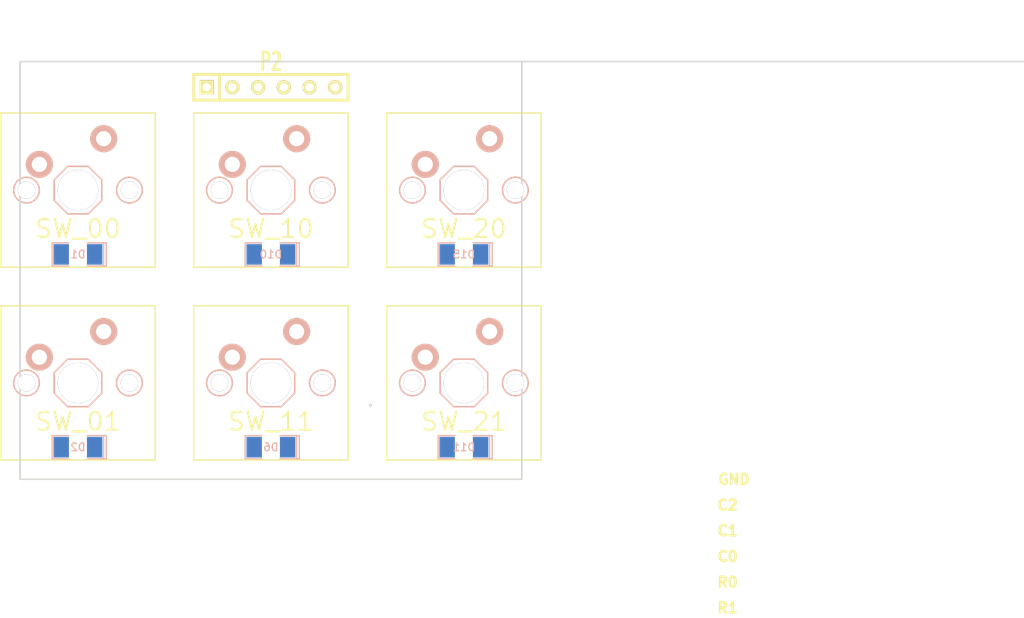
<source format=kicad_pcb>
(kicad_pcb (version 3) (host pcbnew "(2013-jul-07)-stable")

  (general
    (links 18)
    (no_connects 18)
    (area 24.993599 18.880001 134.355476 124.968)
    (thickness 1.6)
    (drawings 14)
    (tracks 0)
    (zones 0)
    (modules 13)
    (nets 13)
  )

  (page A3)
  (layers
    (15 F.Cu signal)
    (0 B.Cu signal)
    (16 B.Adhes user)
    (17 F.Adhes user)
    (18 B.Paste user)
    (19 F.Paste user)
    (20 B.SilkS user)
    (21 F.SilkS user)
    (22 B.Mask user)
    (23 F.Mask user)
    (24 Dwgs.User user)
    (25 Cmts.User user)
    (26 Eco1.User user)
    (27 Eco2.User user)
    (28 Edge.Cuts user)
  )

  (setup
    (last_trace_width 0.254)
    (trace_clearance 0.254)
    (zone_clearance 0.508)
    (zone_45_only no)
    (trace_min 0.1524)
    (segment_width 0.2)
    (edge_width 0.15)
    (via_size 0.889)
    (via_drill 0.635)
    (via_min_size 0.7493)
    (via_min_drill 0.50038)
    (uvia_size 0.508)
    (uvia_drill 0.127)
    (uvias_allowed no)
    (uvia_min_size 0.508)
    (uvia_min_drill 0.127)
    (pcb_text_width 0.3)
    (pcb_text_size 1 1)
    (mod_edge_width 0.15)
    (mod_text_size 1 1)
    (mod_text_width 0.15)
    (pad_size 4.064 4.064)
    (pad_drill 4.064)
    (pad_to_mask_clearance 0)
    (aux_axis_origin 25.4 25.4)
    (visible_elements FFFFFFBF)
    (pcbplotparams
      (layerselection 3178497)
      (usegerberextensions true)
      (excludeedgelayer true)
      (linewidth 0.150000)
      (plotframeref false)
      (viasonmask false)
      (mode 1)
      (useauxorigin false)
      (hpglpennumber 1)
      (hpglpenspeed 20)
      (hpglpendiameter 15)
      (hpglpenoverlay 2)
      (psnegative false)
      (psa4output false)
      (plotreference true)
      (plotvalue true)
      (plotothertext true)
      (plotinvisibletext false)
      (padsonsilk false)
      (subtractmaskfromsilk false)
      (outputformat 1)
      (mirror false)
      (drillshape 0)
      (scaleselection 1)
      (outputdirectory export/))
  )

  (net 0 "")
  (net 1 C0)
  (net 2 C1)
  (net 3 C2)
  (net 4 GND)
  (net 5 N-0000010)
  (net 6 N-000005)
  (net 7 N-000006)
  (net 8 N-000007)
  (net 9 N-000008)
  (net 10 N-000009)
  (net 11 R0)
  (net 12 R1)

  (net_class Default "This is the default net class."
    (clearance 0.254)
    (trace_width 0.254)
    (via_dia 0.889)
    (via_drill 0.635)
    (uvia_dia 0.508)
    (uvia_drill 0.127)
    (add_net "")
    (add_net C0)
    (add_net C1)
    (add_net C2)
    (add_net GND)
    (add_net N-0000010)
    (add_net N-000005)
    (add_net N-000006)
    (add_net N-000007)
    (add_net N-000008)
    (add_net N-000009)
    (add_net R0)
    (add_net R1)
  )

  (module SW_PCB_2PIN (layer F.Cu) (tedit 4D9CA4E3) (tstamp 52E893FC)
    (at 69.215 57.15)
    (path /52E85699)
    (fp_text reference SW11 (at -4.445 -5.715) (layer F.SilkS) hide
      (effects (font (size 1.778 1.778) (thickness 0.2032)))
    )
    (fp_text value SW_21 (at 0 3.81) (layer F.SilkS)
      (effects (font (size 1.778 1.778) (thickness 0.2032)))
    )
    (fp_line (start -7.62 -7.62) (end 7.62 -7.62) (layer F.SilkS) (width 0.1524))
    (fp_line (start 7.62 -7.62) (end 7.62 7.62) (layer F.SilkS) (width 0.1524))
    (fp_line (start 7.62 7.62) (end -7.62 7.62) (layer F.SilkS) (width 0.1524))
    (fp_line (start -7.62 7.62) (end -7.62 -7.62) (layer F.SilkS) (width 0.1524))
    (fp_circle (center 5.08 0) (end 6.35 0) (layer B.SilkS) (width 0.1524))
    (fp_circle (center -5.08 0) (end -3.81 0) (layer B.SilkS) (width 0.1524))
    (fp_line (start -2.3495 -1.016) (end -1.016 -2.3495) (layer B.SilkS) (width 0.1524))
    (fp_line (start -1.016 -2.3495) (end 1.016 -2.3495) (layer B.SilkS) (width 0.1524))
    (fp_line (start 1.016 -2.3495) (end 2.3495 -1.016) (layer B.SilkS) (width 0.1524))
    (fp_line (start 2.3495 -1.016) (end 2.3495 1.016) (layer B.SilkS) (width 0.1524))
    (fp_line (start 2.3495 1.016) (end 1.016 2.3495) (layer B.SilkS) (width 0.1524))
    (fp_line (start 1.016 2.3495) (end -1.016 2.3495) (layer B.SilkS) (width 0.1524))
    (fp_line (start -1.016 2.3495) (end -2.3495 1.016) (layer B.SilkS) (width 0.1524))
    (fp_line (start -2.3495 1.016) (end -2.3495 -1.016) (layer B.SilkS) (width 0.1524))
    (pad 1 thru_hole circle (at 2.54 -5.08) (size 2.667 2.667) (drill 1.4986)
      (layers *.Cu *.SilkS *.Mask)
      (net 6 N-000005)
    )
    (pad 2 thru_hole circle (at -3.81 -2.54) (size 2.667 2.667) (drill 1.4986)
      (layers *.Cu *.SilkS *.Mask)
      (net 3 C2)
    )
    (pad HOLE thru_hole circle (at 5.08 0) (size 1.7018 1.7018) (drill 1.7018)
      (layers *.Cu)
    )
    (pad HOLE thru_hole circle (at -5.08 0) (size 1.7018 1.7018) (drill 1.7018)
      (layers *.Cu)
    )
    (pad HOLE thru_hole circle (at 0 0) (size 3.9878 3.9878) (drill 3.9878)
      (layers *.Cu)
    )
  )

  (module SW_PCB_2PIN (layer F.Cu) (tedit 4D9CA4E3) (tstamp 52E89413)
    (at 50.165 57.15)
    (path /52E8568D)
    (fp_text reference SW6 (at -4.445 -5.715) (layer F.SilkS) hide
      (effects (font (size 1.778 1.778) (thickness 0.2032)))
    )
    (fp_text value SW_11 (at 0 3.81) (layer F.SilkS)
      (effects (font (size 1.778 1.778) (thickness 0.2032)))
    )
    (fp_line (start -7.62 -7.62) (end 7.62 -7.62) (layer F.SilkS) (width 0.1524))
    (fp_line (start 7.62 -7.62) (end 7.62 7.62) (layer F.SilkS) (width 0.1524))
    (fp_line (start 7.62 7.62) (end -7.62 7.62) (layer F.SilkS) (width 0.1524))
    (fp_line (start -7.62 7.62) (end -7.62 -7.62) (layer F.SilkS) (width 0.1524))
    (fp_circle (center 5.08 0) (end 6.35 0) (layer B.SilkS) (width 0.1524))
    (fp_circle (center -5.08 0) (end -3.81 0) (layer B.SilkS) (width 0.1524))
    (fp_line (start -2.3495 -1.016) (end -1.016 -2.3495) (layer B.SilkS) (width 0.1524))
    (fp_line (start -1.016 -2.3495) (end 1.016 -2.3495) (layer B.SilkS) (width 0.1524))
    (fp_line (start 1.016 -2.3495) (end 2.3495 -1.016) (layer B.SilkS) (width 0.1524))
    (fp_line (start 2.3495 -1.016) (end 2.3495 1.016) (layer B.SilkS) (width 0.1524))
    (fp_line (start 2.3495 1.016) (end 1.016 2.3495) (layer B.SilkS) (width 0.1524))
    (fp_line (start 1.016 2.3495) (end -1.016 2.3495) (layer B.SilkS) (width 0.1524))
    (fp_line (start -1.016 2.3495) (end -2.3495 1.016) (layer B.SilkS) (width 0.1524))
    (fp_line (start -2.3495 1.016) (end -2.3495 -1.016) (layer B.SilkS) (width 0.1524))
    (pad 1 thru_hole circle (at 2.54 -5.08) (size 2.667 2.667) (drill 1.4986)
      (layers *.Cu *.SilkS *.Mask)
      (net 7 N-000006)
    )
    (pad 2 thru_hole circle (at -3.81 -2.54) (size 2.667 2.667) (drill 1.4986)
      (layers *.Cu *.SilkS *.Mask)
      (net 2 C1)
    )
    (pad HOLE thru_hole circle (at 5.08 0) (size 1.7018 1.7018) (drill 1.7018)
      (layers *.Cu)
    )
    (pad HOLE thru_hole circle (at -5.08 0) (size 1.7018 1.7018) (drill 1.7018)
      (layers *.Cu)
    )
    (pad HOLE thru_hole circle (at 0 0) (size 3.9878 3.9878) (drill 3.9878)
      (layers *.Cu)
    )
  )

  (module SW_PCB_2PIN (layer F.Cu) (tedit 4D9CA4E3) (tstamp 52E9D3BE)
    (at 31.115 38.1)
    (path /52E8554A)
    (fp_text reference SW1 (at -4.445 -5.715) (layer F.SilkS) hide
      (effects (font (size 1.778 1.778) (thickness 0.2032)))
    )
    (fp_text value SW_00 (at 0 3.81) (layer F.SilkS)
      (effects (font (size 1.778 1.778) (thickness 0.2032)))
    )
    (fp_line (start -7.62 -7.62) (end 7.62 -7.62) (layer F.SilkS) (width 0.1524))
    (fp_line (start 7.62 -7.62) (end 7.62 7.62) (layer F.SilkS) (width 0.1524))
    (fp_line (start 7.62 7.62) (end -7.62 7.62) (layer F.SilkS) (width 0.1524))
    (fp_line (start -7.62 7.62) (end -7.62 -7.62) (layer F.SilkS) (width 0.1524))
    (fp_circle (center 5.08 0) (end 6.35 0) (layer B.SilkS) (width 0.1524))
    (fp_circle (center -5.08 0) (end -3.81 0) (layer B.SilkS) (width 0.1524))
    (fp_line (start -2.3495 -1.016) (end -1.016 -2.3495) (layer B.SilkS) (width 0.1524))
    (fp_line (start -1.016 -2.3495) (end 1.016 -2.3495) (layer B.SilkS) (width 0.1524))
    (fp_line (start 1.016 -2.3495) (end 2.3495 -1.016) (layer B.SilkS) (width 0.1524))
    (fp_line (start 2.3495 -1.016) (end 2.3495 1.016) (layer B.SilkS) (width 0.1524))
    (fp_line (start 2.3495 1.016) (end 1.016 2.3495) (layer B.SilkS) (width 0.1524))
    (fp_line (start 1.016 2.3495) (end -1.016 2.3495) (layer B.SilkS) (width 0.1524))
    (fp_line (start -1.016 2.3495) (end -2.3495 1.016) (layer B.SilkS) (width 0.1524))
    (fp_line (start -2.3495 1.016) (end -2.3495 -1.016) (layer B.SilkS) (width 0.1524))
    (pad 1 thru_hole circle (at 2.54 -5.08) (size 2.667 2.667) (drill 1.4986)
      (layers *.Cu *.SilkS *.Mask)
      (net 5 N-0000010)
    )
    (pad 2 thru_hole circle (at -3.81 -2.54) (size 2.667 2.667) (drill 1.4986)
      (layers *.Cu *.SilkS *.Mask)
      (net 1 C0)
    )
    (pad HOLE thru_hole circle (at 5.08 0) (size 1.7018 1.7018) (drill 1.7018)
      (layers *.Cu)
    )
    (pad HOLE thru_hole circle (at -5.08 0) (size 1.7018 1.7018) (drill 1.7018)
      (layers *.Cu)
    )
    (pad HOLE thru_hole circle (at 0 0) (size 3.9878 3.9878) (drill 3.9878)
      (layers *.Cu)
    )
  )

  (module SW_PCB_2PIN (layer F.Cu) (tedit 4D9CA4E3) (tstamp 52E89458)
    (at 31.115 57.15)
    (path /52E85675)
    (fp_text reference SW2 (at -4.445 -5.715) (layer F.SilkS) hide
      (effects (font (size 1.778 1.778) (thickness 0.2032)))
    )
    (fp_text value SW_01 (at 0 3.81) (layer F.SilkS)
      (effects (font (size 1.778 1.778) (thickness 0.2032)))
    )
    (fp_line (start -7.62 -7.62) (end 7.62 -7.62) (layer F.SilkS) (width 0.1524))
    (fp_line (start 7.62 -7.62) (end 7.62 7.62) (layer F.SilkS) (width 0.1524))
    (fp_line (start 7.62 7.62) (end -7.62 7.62) (layer F.SilkS) (width 0.1524))
    (fp_line (start -7.62 7.62) (end -7.62 -7.62) (layer F.SilkS) (width 0.1524))
    (fp_circle (center 5.08 0) (end 6.35 0) (layer B.SilkS) (width 0.1524))
    (fp_circle (center -5.08 0) (end -3.81 0) (layer B.SilkS) (width 0.1524))
    (fp_line (start -2.3495 -1.016) (end -1.016 -2.3495) (layer B.SilkS) (width 0.1524))
    (fp_line (start -1.016 -2.3495) (end 1.016 -2.3495) (layer B.SilkS) (width 0.1524))
    (fp_line (start 1.016 -2.3495) (end 2.3495 -1.016) (layer B.SilkS) (width 0.1524))
    (fp_line (start 2.3495 -1.016) (end 2.3495 1.016) (layer B.SilkS) (width 0.1524))
    (fp_line (start 2.3495 1.016) (end 1.016 2.3495) (layer B.SilkS) (width 0.1524))
    (fp_line (start 1.016 2.3495) (end -1.016 2.3495) (layer B.SilkS) (width 0.1524))
    (fp_line (start -1.016 2.3495) (end -2.3495 1.016) (layer B.SilkS) (width 0.1524))
    (fp_line (start -2.3495 1.016) (end -2.3495 -1.016) (layer B.SilkS) (width 0.1524))
    (pad 1 thru_hole circle (at 2.54 -5.08) (size 2.667 2.667) (drill 1.4986)
      (layers *.Cu *.SilkS *.Mask)
      (net 8 N-000007)
    )
    (pad 2 thru_hole circle (at -3.81 -2.54) (size 2.667 2.667) (drill 1.4986)
      (layers *.Cu *.SilkS *.Mask)
      (net 1 C0)
    )
    (pad HOLE thru_hole circle (at 5.08 0) (size 1.7018 1.7018) (drill 1.7018)
      (layers *.Cu)
    )
    (pad HOLE thru_hole circle (at -5.08 0) (size 1.7018 1.7018) (drill 1.7018)
      (layers *.Cu)
    )
    (pad HOLE thru_hole circle (at 0 0) (size 3.9878 3.9878) (drill 3.9878)
      (layers *.Cu)
    )
  )

  (module SW_PCB_2PIN (layer F.Cu) (tedit 52EB22AB) (tstamp 52E8949D)
    (at 69.215 38.1)
    (path /52E855FA)
    (fp_text reference SW15 (at -4.445 -5.715) (layer F.SilkS) hide
      (effects (font (size 1.778 1.778) (thickness 0.2032)))
    )
    (fp_text value SW_20 (at 0 3.81) (layer F.SilkS)
      (effects (font (size 1.778 1.778) (thickness 0.2032)))
    )
    (fp_line (start -7.62 -7.62) (end 7.62 -7.62) (layer F.SilkS) (width 0.1524))
    (fp_line (start 7.62 -7.62) (end 7.62 7.62) (layer F.SilkS) (width 0.1524))
    (fp_line (start 7.62 7.62) (end -7.62 7.62) (layer F.SilkS) (width 0.1524))
    (fp_line (start -7.62 7.62) (end -7.62 -7.62) (layer F.SilkS) (width 0.1524))
    (fp_circle (center 5.08 0) (end 6.35 0) (layer B.SilkS) (width 0.1524))
    (fp_circle (center -5.08 0) (end -3.81 0) (layer B.SilkS) (width 0.1524))
    (fp_line (start -2.3495 -1.016) (end -1.016 -2.3495) (layer B.SilkS) (width 0.1524))
    (fp_line (start -1.016 -2.3495) (end 1.016 -2.3495) (layer B.SilkS) (width 0.1524))
    (fp_line (start 1.016 -2.3495) (end 2.3495 -1.016) (layer B.SilkS) (width 0.1524))
    (fp_line (start 2.3495 -1.016) (end 2.3495 1.016) (layer B.SilkS) (width 0.1524))
    (fp_line (start 2.3495 1.016) (end 1.016 2.3495) (layer B.SilkS) (width 0.1524))
    (fp_line (start 1.016 2.3495) (end -1.016 2.3495) (layer B.SilkS) (width 0.1524))
    (fp_line (start -1.016 2.3495) (end -2.3495 1.016) (layer B.SilkS) (width 0.1524))
    (fp_line (start -2.3495 1.016) (end -2.3495 -1.016) (layer B.SilkS) (width 0.1524))
    (pad 1 thru_hole circle (at 2.54 -5.08) (size 2.667 2.667) (drill 1.4986)
      (layers *.Cu *.SilkS *.Mask)
      (net 9 N-000008)
    )
    (pad 2 thru_hole circle (at -3.81 -2.54) (size 2.667 2.667) (drill 1.4986)
      (layers *.Cu *.SilkS *.Mask)
      (net 3 C2)
    )
    (pad HOLE thru_hole circle (at 5.08 0) (size 1.7018 1.7018) (drill 1.7018)
      (layers *.Cu)
    )
    (pad HOLE thru_hole circle (at -5.08 0) (size 1.7018 1.7018) (drill 1.7018)
      (layers *.Cu)
    )
    (pad HOLE thru_hole circle (at 0 0) (size 3.9878 3.9878) (drill 3.9878)
      (layers *.Cu)
    )
  )

  (module SW_PCB_2PIN (layer F.Cu) (tedit 4D9CA4E3) (tstamp 52E894B4)
    (at 50.165 38.1)
    (path /52E85593)
    (fp_text reference SW10 (at -4.445 -5.715) (layer F.SilkS) hide
      (effects (font (size 1.778 1.778) (thickness 0.2032)))
    )
    (fp_text value SW_10 (at 0 3.81) (layer F.SilkS)
      (effects (font (size 1.778 1.778) (thickness 0.2032)))
    )
    (fp_line (start -7.62 -7.62) (end 7.62 -7.62) (layer F.SilkS) (width 0.1524))
    (fp_line (start 7.62 -7.62) (end 7.62 7.62) (layer F.SilkS) (width 0.1524))
    (fp_line (start 7.62 7.62) (end -7.62 7.62) (layer F.SilkS) (width 0.1524))
    (fp_line (start -7.62 7.62) (end -7.62 -7.62) (layer F.SilkS) (width 0.1524))
    (fp_circle (center 5.08 0) (end 6.35 0) (layer B.SilkS) (width 0.1524))
    (fp_circle (center -5.08 0) (end -3.81 0) (layer B.SilkS) (width 0.1524))
    (fp_line (start -2.3495 -1.016) (end -1.016 -2.3495) (layer B.SilkS) (width 0.1524))
    (fp_line (start -1.016 -2.3495) (end 1.016 -2.3495) (layer B.SilkS) (width 0.1524))
    (fp_line (start 1.016 -2.3495) (end 2.3495 -1.016) (layer B.SilkS) (width 0.1524))
    (fp_line (start 2.3495 -1.016) (end 2.3495 1.016) (layer B.SilkS) (width 0.1524))
    (fp_line (start 2.3495 1.016) (end 1.016 2.3495) (layer B.SilkS) (width 0.1524))
    (fp_line (start 1.016 2.3495) (end -1.016 2.3495) (layer B.SilkS) (width 0.1524))
    (fp_line (start -1.016 2.3495) (end -2.3495 1.016) (layer B.SilkS) (width 0.1524))
    (fp_line (start -2.3495 1.016) (end -2.3495 -1.016) (layer B.SilkS) (width 0.1524))
    (pad 1 thru_hole circle (at 2.54 -5.08) (size 2.667 2.667) (drill 1.4986)
      (layers *.Cu *.SilkS *.Mask)
      (net 10 N-000009)
    )
    (pad 2 thru_hole circle (at -3.81 -2.54) (size 2.667 2.667) (drill 1.4986)
      (layers *.Cu *.SilkS *.Mask)
      (net 2 C1)
    )
    (pad HOLE thru_hole circle (at 5.08 0) (size 1.7018 1.7018) (drill 1.7018)
      (layers *.Cu)
    )
    (pad HOLE thru_hole circle (at -5.08 0) (size 1.7018 1.7018) (drill 1.7018)
      (layers *.Cu)
    )
    (pad HOLE thru_hole circle (at 0 0) (size 3.9878 3.9878) (drill 3.9878)
      (layers *.Cu)
    )
  )

  (module SM1206POL (layer B.Cu) (tedit 42806E4C) (tstamp 52E9E2A3)
    (at 31.115 44.45 180)
    (path /52E8552C)
    (attr smd)
    (fp_text reference D1 (at 0 0 180) (layer B.SilkS)
      (effects (font (size 0.762 0.762) (thickness 0.127)) (justify mirror))
    )
    (fp_text value DIODE (at 0 0 180) (layer B.SilkS) hide
      (effects (font (size 0.762 0.762) (thickness 0.127)) (justify mirror))
    )
    (fp_line (start -2.54 1.143) (end -2.794 1.143) (layer B.SilkS) (width 0.127))
    (fp_line (start -2.794 1.143) (end -2.794 -1.143) (layer B.SilkS) (width 0.127))
    (fp_line (start -2.794 -1.143) (end -2.54 -1.143) (layer B.SilkS) (width 0.127))
    (fp_line (start -2.54 1.143) (end -2.54 -1.143) (layer B.SilkS) (width 0.127))
    (fp_line (start -2.54 -1.143) (end -0.889 -1.143) (layer B.SilkS) (width 0.127))
    (fp_line (start 0.889 1.143) (end 2.54 1.143) (layer B.SilkS) (width 0.127))
    (fp_line (start 2.54 1.143) (end 2.54 -1.143) (layer B.SilkS) (width 0.127))
    (fp_line (start 2.54 -1.143) (end 0.889 -1.143) (layer B.SilkS) (width 0.127))
    (fp_line (start -0.889 1.143) (end -2.54 1.143) (layer B.SilkS) (width 0.127))
    (pad 1 smd rect (at -1.651 0 180) (size 1.524 2.032)
      (layers B.Cu B.Paste B.Mask)
      (net 5 N-0000010)
    )
    (pad 2 smd rect (at 1.651 0 180) (size 1.524 2.032)
      (layers B.Cu B.Paste B.Mask)
      (net 11 R0)
    )
    (model smd/chip_cms_pol.wrl
      (at (xyz 0 0 0))
      (scale (xyz 0.17 0.16 0.16))
      (rotate (xyz 0 0 0))
    )
  )

  (module SM1206POL (layer B.Cu) (tedit 42806E4C) (tstamp 52E89578)
    (at 50.165 44.45 180)
    (path /52E85599)
    (attr smd)
    (fp_text reference D10 (at 0 0 180) (layer B.SilkS)
      (effects (font (size 0.762 0.762) (thickness 0.127)) (justify mirror))
    )
    (fp_text value DIODE (at 0 0 180) (layer B.SilkS) hide
      (effects (font (size 0.762 0.762) (thickness 0.127)) (justify mirror))
    )
    (fp_line (start -2.54 1.143) (end -2.794 1.143) (layer B.SilkS) (width 0.127))
    (fp_line (start -2.794 1.143) (end -2.794 -1.143) (layer B.SilkS) (width 0.127))
    (fp_line (start -2.794 -1.143) (end -2.54 -1.143) (layer B.SilkS) (width 0.127))
    (fp_line (start -2.54 1.143) (end -2.54 -1.143) (layer B.SilkS) (width 0.127))
    (fp_line (start -2.54 -1.143) (end -0.889 -1.143) (layer B.SilkS) (width 0.127))
    (fp_line (start 0.889 1.143) (end 2.54 1.143) (layer B.SilkS) (width 0.127))
    (fp_line (start 2.54 1.143) (end 2.54 -1.143) (layer B.SilkS) (width 0.127))
    (fp_line (start 2.54 -1.143) (end 0.889 -1.143) (layer B.SilkS) (width 0.127))
    (fp_line (start -0.889 1.143) (end -2.54 1.143) (layer B.SilkS) (width 0.127))
    (pad 1 smd rect (at -1.651 0 180) (size 1.524 2.032)
      (layers B.Cu B.Paste B.Mask)
      (net 10 N-000009)
    )
    (pad 2 smd rect (at 1.651 0 180) (size 1.524 2.032)
      (layers B.Cu B.Paste B.Mask)
      (net 11 R0)
    )
    (model smd/chip_cms_pol.wrl
      (at (xyz 0 0 0))
      (scale (xyz 0.17 0.16 0.16))
      (rotate (xyz 0 0 0))
    )
  )

  (module SM1206POL (layer B.Cu) (tedit 42806E4C) (tstamp 52E89587)
    (at 69.215 44.45 180)
    (path /52E855D6)
    (attr smd)
    (fp_text reference D15 (at 0 0 180) (layer B.SilkS)
      (effects (font (size 0.762 0.762) (thickness 0.127)) (justify mirror))
    )
    (fp_text value DIODE (at 0 0 180) (layer B.SilkS) hide
      (effects (font (size 0.762 0.762) (thickness 0.127)) (justify mirror))
    )
    (fp_line (start -2.54 1.143) (end -2.794 1.143) (layer B.SilkS) (width 0.127))
    (fp_line (start -2.794 1.143) (end -2.794 -1.143) (layer B.SilkS) (width 0.127))
    (fp_line (start -2.794 -1.143) (end -2.54 -1.143) (layer B.SilkS) (width 0.127))
    (fp_line (start -2.54 1.143) (end -2.54 -1.143) (layer B.SilkS) (width 0.127))
    (fp_line (start -2.54 -1.143) (end -0.889 -1.143) (layer B.SilkS) (width 0.127))
    (fp_line (start 0.889 1.143) (end 2.54 1.143) (layer B.SilkS) (width 0.127))
    (fp_line (start 2.54 1.143) (end 2.54 -1.143) (layer B.SilkS) (width 0.127))
    (fp_line (start 2.54 -1.143) (end 0.889 -1.143) (layer B.SilkS) (width 0.127))
    (fp_line (start -0.889 1.143) (end -2.54 1.143) (layer B.SilkS) (width 0.127))
    (pad 1 smd rect (at -1.651 0 180) (size 1.524 2.032)
      (layers B.Cu B.Paste B.Mask)
      (net 9 N-000008)
    )
    (pad 2 smd rect (at 1.651 0 180) (size 1.524 2.032)
      (layers B.Cu B.Paste B.Mask)
      (net 11 R0)
    )
    (model smd/chip_cms_pol.wrl
      (at (xyz 0 0 0))
      (scale (xyz 0.17 0.16 0.16))
      (rotate (xyz 0 0 0))
    )
  )

  (module SM1206POL (layer B.Cu) (tedit 42806E4C) (tstamp 52E895B4)
    (at 31.115 63.5 180)
    (path /52E85687)
    (attr smd)
    (fp_text reference D2 (at 0 0 180) (layer B.SilkS)
      (effects (font (size 0.762 0.762) (thickness 0.127)) (justify mirror))
    )
    (fp_text value DIODE (at 0 0 180) (layer B.SilkS) hide
      (effects (font (size 0.762 0.762) (thickness 0.127)) (justify mirror))
    )
    (fp_line (start -2.54 1.143) (end -2.794 1.143) (layer B.SilkS) (width 0.127))
    (fp_line (start -2.794 1.143) (end -2.794 -1.143) (layer B.SilkS) (width 0.127))
    (fp_line (start -2.794 -1.143) (end -2.54 -1.143) (layer B.SilkS) (width 0.127))
    (fp_line (start -2.54 1.143) (end -2.54 -1.143) (layer B.SilkS) (width 0.127))
    (fp_line (start -2.54 -1.143) (end -0.889 -1.143) (layer B.SilkS) (width 0.127))
    (fp_line (start 0.889 1.143) (end 2.54 1.143) (layer B.SilkS) (width 0.127))
    (fp_line (start 2.54 1.143) (end 2.54 -1.143) (layer B.SilkS) (width 0.127))
    (fp_line (start 2.54 -1.143) (end 0.889 -1.143) (layer B.SilkS) (width 0.127))
    (fp_line (start -0.889 1.143) (end -2.54 1.143) (layer B.SilkS) (width 0.127))
    (pad 1 smd rect (at -1.651 0 180) (size 1.524 2.032)
      (layers B.Cu B.Paste B.Mask)
      (net 8 N-000007)
    )
    (pad 2 smd rect (at 1.651 0 180) (size 1.524 2.032)
      (layers B.Cu B.Paste B.Mask)
      (net 12 R1)
    )
    (model smd/chip_cms_pol.wrl
      (at (xyz 0 0 0))
      (scale (xyz 0.17 0.16 0.16))
      (rotate (xyz 0 0 0))
    )
  )

  (module SM1206POL (layer B.Cu) (tedit 42806E4C) (tstamp 52E895C3)
    (at 50.165 63.5 180)
    (path /52E85693)
    (attr smd)
    (fp_text reference D6 (at 0 0 180) (layer B.SilkS)
      (effects (font (size 0.762 0.762) (thickness 0.127)) (justify mirror))
    )
    (fp_text value DIODE (at 0 0 180) (layer B.SilkS) hide
      (effects (font (size 0.762 0.762) (thickness 0.127)) (justify mirror))
    )
    (fp_line (start -2.54 1.143) (end -2.794 1.143) (layer B.SilkS) (width 0.127))
    (fp_line (start -2.794 1.143) (end -2.794 -1.143) (layer B.SilkS) (width 0.127))
    (fp_line (start -2.794 -1.143) (end -2.54 -1.143) (layer B.SilkS) (width 0.127))
    (fp_line (start -2.54 1.143) (end -2.54 -1.143) (layer B.SilkS) (width 0.127))
    (fp_line (start -2.54 -1.143) (end -0.889 -1.143) (layer B.SilkS) (width 0.127))
    (fp_line (start 0.889 1.143) (end 2.54 1.143) (layer B.SilkS) (width 0.127))
    (fp_line (start 2.54 1.143) (end 2.54 -1.143) (layer B.SilkS) (width 0.127))
    (fp_line (start 2.54 -1.143) (end 0.889 -1.143) (layer B.SilkS) (width 0.127))
    (fp_line (start -0.889 1.143) (end -2.54 1.143) (layer B.SilkS) (width 0.127))
    (pad 1 smd rect (at -1.651 0 180) (size 1.524 2.032)
      (layers B.Cu B.Paste B.Mask)
      (net 7 N-000006)
    )
    (pad 2 smd rect (at 1.651 0 180) (size 1.524 2.032)
      (layers B.Cu B.Paste B.Mask)
      (net 12 R1)
    )
    (model smd/chip_cms_pol.wrl
      (at (xyz 0 0 0))
      (scale (xyz 0.17 0.16 0.16))
      (rotate (xyz 0 0 0))
    )
  )

  (module SM1206POL (layer B.Cu) (tedit 42806E4C) (tstamp 52E895D2)
    (at 69.215 63.5 180)
    (path /52E8569F)
    (attr smd)
    (fp_text reference D11 (at 0 0 180) (layer B.SilkS)
      (effects (font (size 0.762 0.762) (thickness 0.127)) (justify mirror))
    )
    (fp_text value DIODE (at 0 0 180) (layer B.SilkS) hide
      (effects (font (size 0.762 0.762) (thickness 0.127)) (justify mirror))
    )
    (fp_line (start -2.54 1.143) (end -2.794 1.143) (layer B.SilkS) (width 0.127))
    (fp_line (start -2.794 1.143) (end -2.794 -1.143) (layer B.SilkS) (width 0.127))
    (fp_line (start -2.794 -1.143) (end -2.54 -1.143) (layer B.SilkS) (width 0.127))
    (fp_line (start -2.54 1.143) (end -2.54 -1.143) (layer B.SilkS) (width 0.127))
    (fp_line (start -2.54 -1.143) (end -0.889 -1.143) (layer B.SilkS) (width 0.127))
    (fp_line (start 0.889 1.143) (end 2.54 1.143) (layer B.SilkS) (width 0.127))
    (fp_line (start 2.54 1.143) (end 2.54 -1.143) (layer B.SilkS) (width 0.127))
    (fp_line (start 2.54 -1.143) (end 0.889 -1.143) (layer B.SilkS) (width 0.127))
    (fp_line (start -0.889 1.143) (end -2.54 1.143) (layer B.SilkS) (width 0.127))
    (pad 1 smd rect (at -1.651 0 180) (size 1.524 2.032)
      (layers B.Cu B.Paste B.Mask)
      (net 6 N-000005)
    )
    (pad 2 smd rect (at 1.651 0 180) (size 1.524 2.032)
      (layers B.Cu B.Paste B.Mask)
      (net 12 R1)
    )
    (model smd/chip_cms_pol.wrl
      (at (xyz 0 0 0))
      (scale (xyz 0.17 0.16 0.16))
      (rotate (xyz 0 0 0))
    )
  )

  (module SIL-6 (layer F.Cu) (tedit 200000) (tstamp 52E9D87B)
    (at 50.165 27.94)
    (descr "Connecteur 6 pins")
    (tags "CONN DEV")
    (path /52F2F000)
    (fp_text reference P2 (at 0 -2.54) (layer F.SilkS)
      (effects (font (size 1.72974 1.08712) (thickness 0.3048)))
    )
    (fp_text value CONN_6 (at 0 -2.54) (layer F.SilkS) hide
      (effects (font (size 1.524 1.016) (thickness 0.3048)))
    )
    (fp_line (start -7.62 1.27) (end -7.62 -1.27) (layer F.SilkS) (width 0.3048))
    (fp_line (start -7.62 -1.27) (end 7.62 -1.27) (layer F.SilkS) (width 0.3048))
    (fp_line (start 7.62 -1.27) (end 7.62 1.27) (layer F.SilkS) (width 0.3048))
    (fp_line (start 7.62 1.27) (end -7.62 1.27) (layer F.SilkS) (width 0.3048))
    (fp_line (start -5.08 1.27) (end -5.08 -1.27) (layer F.SilkS) (width 0.3048))
    (pad 1 thru_hole rect (at -6.35 0) (size 1.397 1.397) (drill 0.8128)
      (layers *.Cu *.Mask F.SilkS)
      (net 4 GND)
    )
    (pad 2 thru_hole circle (at -3.81 0) (size 1.397 1.397) (drill 0.8128)
      (layers *.Cu *.Mask F.SilkS)
      (net 3 C2)
    )
    (pad 3 thru_hole circle (at -1.27 0) (size 1.397 1.397) (drill 0.8128)
      (layers *.Cu *.Mask F.SilkS)
      (net 2 C1)
    )
    (pad 4 thru_hole circle (at 1.27 0) (size 1.397 1.397) (drill 0.8128)
      (layers *.Cu *.Mask F.SilkS)
      (net 1 C0)
    )
    (pad 5 thru_hole circle (at 3.81 0) (size 1.397 1.397) (drill 0.8128)
      (layers *.Cu *.Mask F.SilkS)
      (net 11 R0)
    )
    (pad 6 thru_hole circle (at 6.35 0) (size 1.397 1.397) (drill 0.8128)
      (layers *.Cu *.Mask F.SilkS)
      (net 12 R1)
    )
  )

  (gr_line (start 25.4 66.675) (end 25.4 64.77) (angle 90) (layer Edge.Cuts) (width 0.15))
  (gr_line (start 74.93 66.675) (end 25.4 66.675) (angle 90) (layer Edge.Cuts) (width 0.15))
  (gr_line (start 74.93 64.77) (end 74.93 66.675) (angle 90) (layer Edge.Cuts) (width 0.15))
  (gr_line (start 25.4 64.77) (end 25.4 25.4) (angle 90) (layer Edge.Cuts) (width 0.15))
  (gr_line (start 74.93 25.4) (end 74.93 64.77) (angle 90) (layer Edge.Cuts) (width 0.15))
  (dimension 49.53 (width 0.25) (layer Cmts.User)
    (gr_text "1.9500 in" (at 50.165 20.590001) (layer Cmts.User)
      (effects (font (size 1 1) (thickness 0.25)))
    )
    (feature1 (pts (xy 74.93 25.4) (xy 74.93 19.590001)))
    (feature2 (pts (xy 25.4 25.4) (xy 25.4 19.590001)))
    (crossbar (pts (xy 25.4 21.590001) (xy 74.93 21.590001)))
    (arrow1a (pts (xy 74.93 21.590001) (xy 73.803497 22.176421)))
    (arrow1b (pts (xy 74.93 21.590001) (xy 73.803497 21.003581)))
    (arrow2a (pts (xy 25.4 21.590001) (xy 26.526503 22.176421)))
    (arrow2b (pts (xy 25.4 21.590001) (xy 26.526503 21.003581)))
  )
  (gr_text C2 (at 95.25 69.215) (layer F.SilkS)
    (effects (font (size 1 1) (thickness 0.25)))
  )
  (gr_text C1 (at 95.25 71.755) (layer F.SilkS)
    (effects (font (size 1 1) (thickness 0.25)))
  )
  (gr_text R1 (at 95.25 79.375) (layer F.SilkS)
    (effects (font (size 1 1) (thickness 0.25)))
  )
  (gr_text R0 (at 95.25 76.835) (layer F.SilkS)
    (effects (font (size 1 1) (thickness 0.25)))
  )
  (gr_text C0 (at 95.25 74.295) (layer F.SilkS)
    (effects (font (size 1 1) (thickness 0.25)))
  )
  (gr_text GND (at 95.885 66.675) (layer F.SilkS)
    (effects (font (size 1 1) (thickness 0.25)))
  )
  (gr_line (start 124.46 25.4) (end 25.4 25.4) (angle 90) (layer Edge.Cuts) (width 0.15))
  (target plus (at 59.99 59.355) (size 0.005) (width 0.15) (layer Edge.Cuts))

)

</source>
